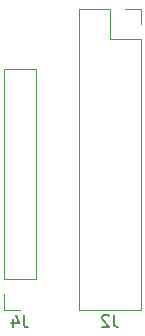
<source format=gbr>
%TF.GenerationSoftware,KiCad,Pcbnew,(6.0.5)*%
%TF.CreationDate,2022-12-16T06:33:13-05:00*%
%TF.ProjectId,Dev_Board_Adapter,4465765f-426f-4617-9264-5f4164617074,rev?*%
%TF.SameCoordinates,Original*%
%TF.FileFunction,Legend,Bot*%
%TF.FilePolarity,Positive*%
%FSLAX45Y45*%
G04 Gerber Fmt 4.5, Leading zero omitted, Abs format (unit mm)*
G04 Created by KiCad (PCBNEW (6.0.5)) date 2022-12-16 06:33:13*
%MOMM*%
%LPD*%
G01*
G04 APERTURE LIST*
%ADD10C,0.150000*%
%ADD11C,0.120000*%
G04 APERTURE END LIST*
D10*
%TO.C,J2*%
X12502193Y-9627718D02*
X12502193Y-9699147D01*
X12506955Y-9713432D01*
X12516479Y-9722956D01*
X12530765Y-9727718D01*
X12540288Y-9727718D01*
X12459336Y-9637242D02*
X12454574Y-9632480D01*
X12445050Y-9627718D01*
X12421241Y-9627718D01*
X12411717Y-9632480D01*
X12406955Y-9637242D01*
X12402193Y-9646766D01*
X12402193Y-9656290D01*
X12406955Y-9670575D01*
X12464098Y-9727718D01*
X12402193Y-9727718D01*
%TO.C,J4*%
X11740193Y-9632118D02*
X11740193Y-9703547D01*
X11744955Y-9717832D01*
X11754479Y-9727356D01*
X11768765Y-9732118D01*
X11778288Y-9732118D01*
X11649717Y-9665451D02*
X11649717Y-9732118D01*
X11673527Y-9627356D02*
X11697336Y-9698785D01*
X11635431Y-9698785D01*
D11*
%TO.C,J2*%
X12728860Y-7034880D02*
X12595860Y-7034880D01*
X12728860Y-7167880D02*
X12728860Y-7034880D01*
X12468860Y-7034880D02*
X12208860Y-7034880D01*
X12728860Y-9586880D02*
X12208860Y-9586880D01*
X12728860Y-7294880D02*
X12468860Y-7294880D01*
X12208860Y-7034880D02*
X12208860Y-9586880D01*
X12468860Y-7294880D02*
X12468860Y-7034880D01*
X12728860Y-7294880D02*
X12728860Y-9586880D01*
%TO.C,J4*%
X11573860Y-7542880D02*
X11839860Y-7542880D01*
X11573860Y-9453880D02*
X11573860Y-9586880D01*
X11573860Y-9586880D02*
X11706860Y-9586880D01*
X11573860Y-9326880D02*
X11573860Y-7542880D01*
X11839860Y-9326880D02*
X11839860Y-7542880D01*
X11573860Y-9326880D02*
X11839860Y-9326880D01*
%TD*%
M02*

</source>
